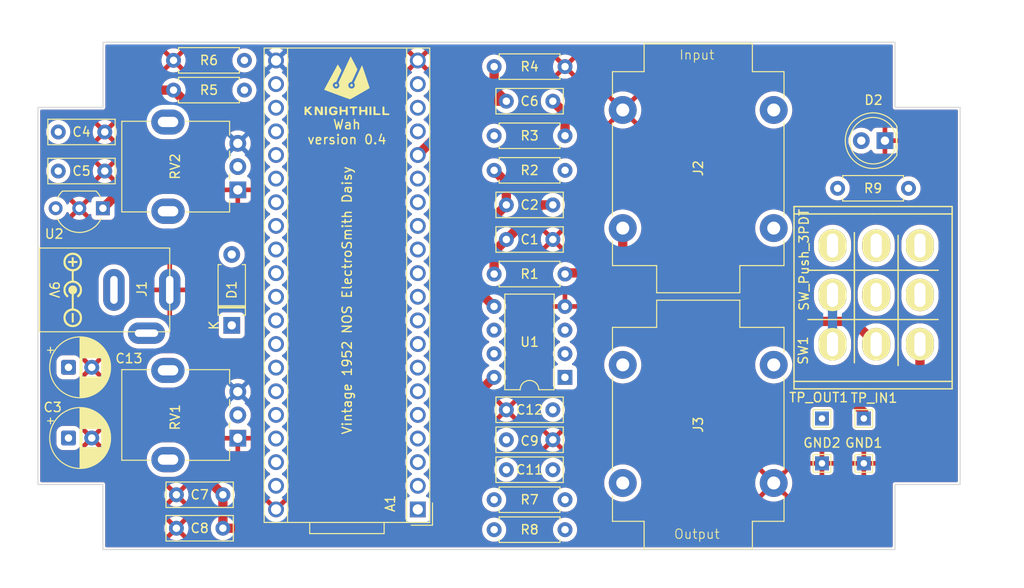
<source format=kicad_pcb>
(kicad_pcb (version 20241229) (generator "pcbnew") (generator_version "9.0")
  (title_block (title "Wah") (date "2025-11-11") (rev "0.4.3") (company "KnightHill Engineering"))
  (layers (0 "F.Cu" power) (4 "In1.Cu" signal) (6 "In2.Cu" signal) (2 "B.Cu" power) (13 "F.Paste" user) (15 "B.Paste" user) (5 "F.SilkS" user "F.Silkscreen") (7 "B.SilkS" user "B.Silkscreen") (1 "F.Mask" user) (3 "B.Mask" user) (25 "Edge.Cuts" user))
  (net 0 "")
  (net 10 "GND")
  (net 11 "VDD")
  (net 13 "/POT1")
  (net 14 "/POT2")
  (net 24 "+9V")
  (net 28 "/FX_IN")
  (net 30 "/FX_OUT")
  (net 33 "Net-(D2-A)")
  (net 34 "/AUDIO_IN")
  (net 37 "/AUDIO_OUT")
  (net 38 "Net-(C1-Pad1)")
  (net 39 "Net-(U1B-+)")
  (net 40 "Net-(C6-Pad1)")
  (net 42 "Net-(U1C-V+)")
  (net 43 "Net-(C11-Pad2)")
  (net 45 "Net-(D1-A)")
  (net 46 "Net-(U1A-+)")
  (net 50 "Net-(J2-PadT)")
  (net 51 "/VREF")
  (net 52 "Net-(J3-PadT)")
  (net 53 "Net-(U1B--)")
  (net 54 "Net-(R9-Pad1)")
  (net 55 "Net-(SW1-A-Pad1)")
  (footprint "Diode_THT:D_A-405_P7.62mm_Horizontal" (layer "F.Cu") (at 63.25 63.6225 90)
    (property "Reference" "D1" (at 3.81 0 90) (layer "F.SilkS"))
    (property "Value" "1N5817")
    (fp_text user "K" (at 0 -1.9 90) (layer "F.SilkS"))
    (pad "1" thru_hole rect (at 0 0 90) (size 1.8 1.8) (drill 0.9) (layers "*.Cu" "*.Mask") (net 24 "+9V"))
    (pad "2" thru_hole oval (at 7.62 0 90) (size 1.8 1.8) (drill 0.9) (layers "*.Cu" "*.Mask") (net 45 "Net-(D1-A)"))
  )
  (footprint "Capacitor_THT:C_Rect_L7.0mm_W2.5mm_P5.00mm" (layer "F.Cu") (at 92.77 79.145)
    (property "Reference" "C11" (at 2.5 0 0) (layer "F.SilkS"))
    (property "Value" "1u")
    (pad "1" thru_hole circle (at 0 0) (size 1.6 1.6) (drill 0.8) (layers "*.Cu" "*.Mask") (net 37 "/AUDIO_OUT"))
    (pad "2" thru_hole circle (at 5 0) (size 1.6 1.6) (drill 0.8) (layers "*.Cu" "*.Mask") (net 43 "Net-(C11-Pad2)"))
  )
  (footprint "CustomFootprints:Potentiometer_uxcel_9mm_Single_Vertical" (layer "F.Cu") (at 63.9 49.0566 180)
    (property "Reference" "RV2" (at 6.73 2.508095 90) (layer "F.SilkS"))
    (property "Value" "10k")
    (pad "" thru_hole oval (at 7.5 -2.3 270) (size 2.72 3.58) (drill oval 1.1 2.2) (layers "*.Cu" "*.Mask"))
    (pad "" thru_hole oval (at 7.5 7.3 270) (size 2.696 3.58) (drill oval 1.1 2.2 (offset 0.012 0.012)) (layers "*.Cu" "*.Mask"))
    (pad "1" thru_hole rect (at 0 0 270) (size 1.8 1.8) (drill 1) (layers "*.Cu" "*.Mask") (net 10 "GND"))
    (pad "2" thru_hole circle (at 0 2.5 270) (size 1.8 1.8) (drill 1) (layers "*.Cu" "*.Mask") (net 14 "/POT2"))
    (pad "3" thru_hole circle (at 0 5 270) (size 1.8 1.8) (drill 1) (layers "*.Cu" "*.Mask") (net 11 "VDD"))
  )
  (footprint "Capacitor_THT:C_Rect_L7.0mm_W2.5mm_P5.00mm" (layer "F.Cu") (at 97.77 39.526667 180)
    (property "Reference" "C6" (at 2.5 0 0) (layer "F.SilkS"))
    (property "Value" "1u")
    (pad "1" thru_hole circle (at 0 0 180) (size 1.6 1.6) (drill 0.8) (layers "*.Cu" "*.Mask") (net 40 "Net-(C6-Pad1)"))
    (pad "2" thru_hole circle (at 5 0 180) (size 1.6 1.6) (drill 0.8) (layers "*.Cu" "*.Mask") (net 34 "/AUDIO_IN"))
  )
  (footprint "Capacitor_THT:CP_Radial_D6.3mm_P2.50mm" (layer "F.Cu") (at 45.7 68.135)
    (property "Reference" "C13" (at 6.5 -0.95 0) (layer "F.SilkS"))
    (property "Value" "100u")
    (pad "1" thru_hole roundrect (at 0 0) (size 1.6 1.6) (drill 0.8) (layers "*.Cu" "*.Mask") (roundrect_rratio 0.15625) (net 51 "/VREF"))
    (pad "2" thru_hole circle (at 2.5 0) (size 1.6 1.6) (drill 0.8) (layers "*.Cu" "*.Mask") (net 10 "GND"))
  )
  (footprint "TestPoint:TestPoint_THTPad_1.5x1.5mm_Drill0.7mm" (layer "F.Cu") (at 131.2 78.46 90)
    (property "Reference" "GND1" (at 2.2 0 0) (layer "F.SilkS"))
    (property "Value" "~")
    (pad "1" thru_hole rect (at 0 0 90) (size 1.5 1.5) (drill 0.7) (layers "*.Cu" "*.Mask") (net 10 "GND"))
  )
  (footprint "Resistor_THT:R_Axial_DIN0207_L6.3mm_D2.5mm_P7.62mm_Horizontal" (layer "F.Cu") (at 56.99 35.135)
    (property "Reference" "R6" (at 3.81 0 0) (layer "F.SilkS"))
    (property "Value" "100K")
    (pad "1" thru_hole circle (at 0 0) (size 1.6 1.6) (drill 0.8) (layers "*.Cu" "*.Mask") (net 10 "GND"))
    (pad "2" thru_hole circle (at 7.62 0) (size 1.6 1.6) (drill 0.8) (layers "*.Cu" "*.Mask") (net 51 "/VREF"))
  )
  (footprint "Package_TO_SOT_THT:TO-92_Inline_Wide" (layer "F.Cu") (at 49.4 51.035 180)
    (property "Reference" "U2" (at 5.24 -2.76 0) (layer "F.SilkS"))
    (property "Value" "L78L05_TO92")
    (pad "1" thru_hole rect (at 0 0 180) (size 1.5 1.5) (drill 0.8) (layers "*.Cu" "*.Mask") (net 42 "Net-(U1C-V+)"))
    (pad "2" thru_hole circle (at 2.54 0 180) (size 1.5 1.5) (drill 0.8) (layers "*.Cu" "*.Mask") (net 10 "GND"))
    (pad "3" thru_hole circle (at 5.08 0 180) (size 1.5 1.5) (drill 0.8) (layers "*.Cu" "*.Mask") (net 24 "+9V"))
  )
  (footprint "Connector_Audio:Jack_6.35mm_Neutrik_NMJ4HCD2_Horizontal" (layer "F.Cu") (at 121.515 67.87 -90)
    (property "Reference" "J3" (at 6.435 8.115 90) (layer "F.SilkS"))
    (property "Value" "Out")
    (pad "S" thru_hole circle (at 12.7 0 270) (size 3 3) (drill 1.4) (layers "*.Cu" "*.Mask") (net 10 "GND"))
    (pad "SN" thru_hole circle (at 12.7 16.23 270) (size 3 3) (drill 1.4) (layers "*.Cu" "*.Mask"))
    (pad "T" thru_hole circle (at 0 0 270) (size 3 3) (drill 1.4) (layers "*.Cu" "*.Mask") (net 52 "Net-(J3-PadT)"))
    (pad "TN" thru_hole circle (at 0 16.23 270) (size 3 3) (drill 1.4) (layers "*.Cu" "*.Mask"))
  )
  (footprint "Capacitor_THT:C_Rect_L7.0mm_W2.5mm_P5.00mm" (layer "F.Cu") (at 44.6 47.035)
    (property "Reference" "C5" (at 2.5 0 0) (layer "F.SilkS"))
    (property "Value" "100n")
    (pad "1" thru_hole circle (at 0 0) (size 1.6 1.6) (drill 0.8) (layers "*.Cu" "*.Mask") (net 24 "+9V"))
    (pad "2" thru_hole circle (at 5 0) (size 1.6 1.6) (drill 0.8) (layers "*.Cu" "*.Mask") (net 10 "GND"))
  )
  (footprint "Resistor_THT:R_Axial_DIN0207_L6.3mm_D2.5mm_P7.62mm_Horizontal" (layer "F.Cu") (at 99.08 46.96 180)
    (property "Reference" "R2" (at 3.81 0 0) (layer "F.SilkS"))
    (property "Value" "1M")
    (pad "1" thru_hole circle (at 0 0 180) (size 1.6 1.6) (drill 0.8) (layers "*.Cu" "*.Mask") (net 51 "/VREF"))
    (pad "2" thru_hole circle (at 7.62 0 180) (size 1.6 1.6) (drill 0.8) (layers "*.Cu" "*.Mask") (net 39 "Net-(U1B-+)"))
  )
  (footprint "CustomFootprints:Generic_PowerJack" (layer "F.Cu") (at 56.585 59.8125)
    (property "Reference" "J1" (at -3 -0.1 90) (layer "F.SilkS"))
    (property "Value" "Barrel_Jack_Switch")
    (pad "1" thru_hole oval (at 0 0) (size 2.3 4.5) (drill oval 0.8 3) (layers "*.Cu" "*.Mask") (net 10 "GND"))
    (pad "2" thru_hole oval (at -6 0) (size 2.3 4.5) (drill oval 0.8 3) (layers "*.Cu" "*.Mask") (net 45 "Net-(D1-A)"))
    (pad "3" thru_hole oval (at -2.5 4.65 90) (size 2.3 4) (drill oval 0.8 2.5) (layers "*.Cu" "*.Mask"))
  )
  (footprint "LOGO" (layer "F.Cu") (at 75.49787 38.755059)
    (property "Reference" "G***" (hide yes))
    (property "Value" "LOGO" (hide yes))
  )
  (footprint "CustomFootprints:Potentiometer_uxcel_9mm_Single_Vertical" (layer "F.Cu") (at 63.9 75.7566 180)
    (property "Reference" "RV1" (at 6.73 2.2525 90) (layer "F.SilkS"))
    (property "Value" "10k")
    (pad "" thru_hole oval (at 7.5 -2.3 270) (size 2.72 3.58) (drill oval 1.1 2.2) (layers "*.Cu" "*.Mask"))
    (pad "" thru_hole oval (at 7.5 7.3 270) (size 2.696 3.58) (drill oval 1.1 2.2 (offset 0.012 0.012)) (layers "*.Cu" "*.Mask"))
    (pad "1" thru_hole rect (at 0 0 270) (size 1.8 1.8) (drill 1) (layers "*.Cu" "*.Mask") (net 10 "GND"))
    (pad "2" thru_hole circle (at 0 2.5 270) (size 1.8 1.8) (drill 1) (layers "*.Cu" "*.Mask") (net 13 "/POT1"))
    (pad "3" thru_hole circle (at 0 5 270) (size 1.8 1.8) (drill 1) (layers "*.Cu" "*.Mask") (net 11 "VDD"))
  )
  (footprint "Capacitor_THT:C_Rect_L7.0mm_W2.5mm_P5.00mm" (layer "F.Cu") (at 62.3 85.435 180)
    (property "Reference" "C8" (at 2.5 0 0) (layer "F.SilkS"))
    (property "Value" "100n")
    (pad "1" thru_hole circle (at 0 0 180) (size 1.6 1.6) (drill 0.8) (layers "*.Cu" "*.Mask") (net 42 "Net-(U1C-V+)"))
    (pad "2" thru_hole circle (at 5 0 180) (size 1.6 1.6) (drill 0.8) (layers "*.Cu" "*.Mask") (net 10 "GND"))
  )
  (footprint "Resistor_THT:R_Axial_DIN0207_L6.3mm_D2.5mm_P7.62mm_Horizontal" (layer "F.Cu") (at 91.46 82.3675)
    (property "Reference" "R7" (at 3.81 0 0) (layer "F.SilkS"))
    (property "Value" "1K")
    (pad "1" thru_hole circle (at 0 0) (size 1.6 1.6) (drill 0.8) (layers "*.Cu" "*.Mask") (net 43 "Net-(C11-Pad2)"))
    (pad "2" thru_hole circle (at 7.62 0) (size 1.6 1.6) (drill 0.8) (layers "*.Cu" "*.Mask") (net 46 "Net-(U1A-+)"))
  )
  (footprint "Resistor_THT:R_Axial_DIN0207_L6.3mm_D2.5mm_P7.62mm_Horizontal" (layer "F.Cu") (at 99.08 58.11 180)
    (property "Reference" "R1" (at 3.81 0 0) (layer "F.SilkS"))
    (property "Value" "3K3")
    (pad "1" thru_hole circle (at 0 0 180) (size 1.6 1.6) (drill 0.8) (layers "*.Cu" "*.Mask") (net 28 "/FX_IN"))
    (pad "2" thru_hole circle (at 7.62 0 180) (size 1.6 1.6) (drill 0.8) (layers "*.Cu" "*.Mask") (net 38 "Net-(C1-Pad1)"))
  )
  (footprint "Resistor_THT:R_Axial_DIN0207_L6.3mm_D2.5mm_P7.62mm_Horizontal" (layer "F.Cu") (at 136.005 48.89 180)
    (property "Reference" "R9" (at 3.81 0 0) (layer "F.SilkS"))
    (property "Value" "R")
    (pad "1" thru_hole circle (at 0 0 180) (size 1.6 1.6) (drill 0.8) (layers "*.Cu" "*.Mask") (net 54 "Net-(R9-Pad1)"))
    (pad "2" thru_hole circle (at 7.62 0 180) (size 1.6 1.6) (drill 0.8) (layers "*.Cu" "*.Mask") (net 33 "Net-(D2-A)"))
  )
  (footprint "Resistor_THT:R_Axial_DIN0207_L6.3mm_D2.5mm_P7.62mm_Horizontal" (layer "F.Cu") (at 56.99 38.335)
    (property "Reference" "R5" (at 3.81 0 0) (layer "F.SilkS"))
    (property "Value" "100K")
    (pad "1" thru_hole circle (at 0 0) (size 1.6 1.6) (drill 0.8) (layers "*.Cu" "*.Mask") (net 42 "Net-(U1C-V+)"))
    (pad "2" thru_hole circle (at 7.62 0) (size 1.6 1.6) (drill 0.8) (layers "*.Cu" "*.Mask") (net 51 "/VREF"))
  )
  (footprint "LED_THT:LED_D5.0mm" (layer "F.Cu") (at 133.47 43.77 180)
    (property "Reference" "D2" (at 1.225 4.36 0) (layer "F.SilkS"))
    (property "Value" "LED")
    (pad "1" thru_hole rect (at 0 0 180) (size 1.8 1.8) (drill 0.9) (layers "*.Cu" "*.Mask") (net 10 "GND"))
    (pad "2" thru_hole circle (at 2.54 0 180) (size 1.8 1.8) (drill 0.9) (layers "*.Cu" "*.Mask") (net 33 "Net-(D2-A)"))
  )
  (footprint "Capacitor_THT:C_Rect_L7.0mm_W2.5mm_P5.00mm" (layer "F.Cu") (at 44.6 42.835)
    (property "Reference" "C4" (at 2.5 0 0) (layer "F.SilkS"))
    (property "Value" "100n")
    (pad "1" thru_hole circle (at 0 0) (size 1.6 1.6) (drill 0.8) (layers "*.Cu" "*.Mask") (net 24 "+9V"))
    (pad "2" thru_hole circle (at 5 0) (size 1.6 1.6) (drill 0.8) (layers "*.Cu" "*.Mask") (net 10 "GND"))
  )
  (footprint "LOGO" (layer "F.Cu") (at 46.155 59.812536 -90)
    (property "Reference" "G***" (hide yes))
    (property "Value" "LOGO" (hide yes))
  )
  (footprint "CustomFootprints:Switches_Stomp_Switch_3PDT" (layer "F.Cu") (at 132.195 60.65 90)
    (property "Reference" "SW1" (at -5.6768 -7.5156 270) (layer "F.SilkS"))
    (property "Value" "SW_Push_3PDT" (at 4.065 -7.425 270) (layer "F.SilkS"))
    (pad "1" thru_hole oval (at -5 -4.36 90) (size 3.5 3) (drill oval 2.6 1.2) (layers "*.Cu" "*.Mask" "F.SilkS") (net 55 "Net-(SW1-A-Pad1)"))
    (pad "2" thru_hole oval (at -5 0.34 90) (size 3.5 3) (drill oval 2.6 1.2) (layers "*.Cu" "*.Mask" "F.SilkS") (net 50 "Net-(J2-PadT)"))
    (pad "3" thru_hole oval (at -5 5.04 90) (size 3.5 3) (drill oval 2.6 1.2) (layers "*.Cu" "*.Mask" "F.SilkS") (net 28 "/FX_IN"))
    (pad "4" thru_hole oval (at 0.3 -4.36 90) (size 3.5 3) (drill oval 2.6 1.2) (layers "*.Cu" "*.Mask" "F.SilkS") (net 55 "Net-(SW1-A-Pad1)"))
    (pad "5" thru_hole oval (at 0.3 0.34 90) (size 3.5 3) (drill oval 2.6 1.2) (layers "*.Cu" "*.Mask" "F.SilkS") (net 52 "Net-(J3-PadT)"))
    (pad "6" thru_hole oval (at 0.3 5.04 90) (size 3.5 3) (drill oval 2.6 1.2) (layers "*.Cu" "*.Mask" "F.SilkS") (net 30 "/FX_OUT"))
    (pad "7" thru_hole oval (at 5.6 -4.36 90) (size 3.5 3) (drill oval 2.6 1.2) (layers "*.Cu" "*.Mask" "F.SilkS"))
    (pad "8" thru_hole oval (at 5.6 0.34 90) (size 3.5 3) (drill oval 2.6 1.2) (layers "*.Cu" "*.Mask" "F.SilkS") (net 24 "+9V"))
    (pad "9" thru_hole oval (at 5.6 5.04 90) (size 3.5 3) (drill oval 2.6 1.2) (layers "*.Cu" "*.Mask" "F.SilkS") (net 54 "Net-(R9-Pad1)"))
  )
  (footprint "Connector_Audio:Jack_6.35mm_Neutrik_NMJ4HCD2_Horizontal" (layer "F.Cu") (at 105.285 53.17 90)
    (property "Reference" "J2" (at 6.435 8.115 90) (layer "F.SilkS"))
    (property "Value" "In")
    (pad "S" thru_hole circle (at 12.7 0 90) (size 3 3) (drill 1.4) (layers "*.Cu" "*.Mask") (net 10 "GND"))
    (pad "SN" thru_hole circle (at 12.7 16.23 90) (size 3 3) (drill 1.4) (layers "*.Cu" "*.Mask"))
    (pad "T" thru_hole circle (at 0 0 90) (size 3 3) (drill 1.4) (layers "*.Cu" "*.Mask") (net 50 "Net-(J2-PadT)"))
    (pad "TN" thru_hole circle (at 0 16.23 90) (size 3 3) (drill 1.4) (layers "*.Cu" "*.Mask"))
  )
  (footprint "Resistor_THT:R_Axial_DIN0207_L6.3mm_D2.5mm_P7.62mm_Horizontal" (layer "F.Cu") (at 91.46 43.243333)
    (property "Reference" "R3" (at 3.81 0 0) (layer "F.SilkS"))
    (property "Value" "100R")
    (pad "1" thru_hole circle (at 0 0) (size 1.6 1.6) (drill 0.8) (layers "*.Cu" "*.Mask") (net 53 "Net-(U1B--)"))
    (pad "2" thru_hole circle (at 7.62 0) (size 1.6 1.6) (drill 0.8) (layers "*.Cu" "*.Mask") (net 40 "Net-(C6-Pad1)"))
  )
  (footprint "Capacitor_THT:C_Rect_L7.0mm_W2.5mm_P5.00mm" (layer "F.Cu") (at 62.3 81.835 180)
    (property "Reference" "C7" (at 2.5 0 0) (layer "F.SilkS"))
    (property "Value" "100n")
    (pad "1" thru_hole circle (at 0 0 180) (size 1.6 1.6) (drill 0.8) (layers "*.Cu" "*.Mask") (net 42 "Net-(U1C-V+)"))
    (pad "2" thru_hole circle (at 5 0 180) (size 1.6 1.6) (drill 0.8) (layers "*.Cu" "*.Mask") (net 10 "GND"))
  )
  (footprint "Capacitor_THT:CP_Radial_D6.3mm_P2.50mm" (layer "F.Cu") (at 45.7 75.735)
    (property "Reference" "C3" (at -1.7 -3.3 0) (layer "F.SilkS"))
    (property "Value" "100u")
    (pad "1" thru_hole roundrect (at 0 0) (size 1.6 1.6) (drill 0.8) (layers "*.Cu" "*.Mask") (roundrect_rratio 0.15625) (net 24 "+9V"))
    (pad "2" thru_hole circle (at 2.5 0) (size 1.6 1.6) (drill 0.8) (layers "*.Cu" "*.Mask") (net 10 "GND"))
  )
  (footprint "Resistor_THT:R_Axial_DIN0207_L6.3mm_D2.5mm_P7.62mm_Horizontal" (layer "F.Cu") (at 91.46 85.59)
    (property "Reference" "R8" (at 3.81 0 0) (layer "F.SilkS"))
    (property "Value" "1M")
    (pad "1" thru_hole circle (at 0 0) (size 1.6 1.6) (drill 0.8) (layers "*.Cu" "*.Mask") (net 51 "/VREF"))
    (pad "2" thru_hole circle (at 7.62 0) (size 1.6 1.6) (drill 0.8) (layers "*.Cu" "*.Mask") (net 46 "Net-(U1A-+)"))
  )
  (footprint "Capacitor_THT:C_Rect_L7.0mm_W2.5mm_P5.00mm" (layer "F.Cu") (at 92.77 54.393333)
    (property "Reference" "C1" (at 2.5 0 0) (layer "F.SilkS"))
    (property "Value" "2n2")
    (pad "1" thru_hole circle (at 0 0) (size 1.6 1.6) (drill 0.8) (layers "*.Cu" "*.Mask") (net 38 "Net-(C1-Pad1)"))
    (pad "2" thru_hole circle (at 5 0) (size 1.6 1.6) (drill 0.8) (layers "*.Cu" "*.Mask") (net 10 "GND"))
  )
  (footprint "Capacitor_THT:C_Rect_L7.0mm_W2.5mm_P5.00mm" (layer "F.Cu") (at 97.77 50.676667 180)
    (property "Reference" "C2" (at 2.5 0 0) (layer "F.SilkS"))
    (property "Value" "1u")
    (pad "1" thru_hole circle (at 0 0 180) (size 1.6 1.6) (drill 0.8) (layers "*.Cu" "*.Mask") (net 38 "Net-(C1-Pad1)"))
    (pad "2" thru_hole circle (at 5 0 180) (size 1.6 1.6) (drill 0.8) (layers "*.Cu" "*.Mask") (net 39 "Net-(U1B-+)"))
  )
  (footprint "Package_DIP:DIP-8_W7.62mm" (layer "F.Cu") (at 99.07 69.215 180)
    (property "Reference" "U1" (at 3.8 3.8 0) (layer "F.SilkS"))
    (property "Value" "TL072")
    (pad "1" thru_hole rect (at 0 0 180) (size 1.6 1.6) (drill 0.8) (layers "*.Cu" "*.Mask") (net 30 "/FX_OUT"))
    (pad "2" thru_hole oval (at 0 2.54 180) (size 1.6 1.6) (drill 0.8) (layers "*.Cu" "*.Mask") (net 30 "/FX_OUT"))
    (pad "3" thru_hole oval (at 0 5.08 180) (size 1.6 1.6) (drill 0.8) (layers "*.Cu" "*.Mask") (net 46 "Net-(U1A-+)"))
    (pad "4" thru_hole oval (at 0 7.62 180) (size 1.6 1.6) (drill 0.8) (layers "*.Cu" "*.Mask") (net 10 "GND"))
    (pad "5" thru_hole oval (at 7.62 7.62 180) (size 1.6 1.6) (drill 0.8) (layers "*.Cu" "*.Mask") (net 39 "Net-(U1B-+)"))
    (pad "6" thru_hole oval (at 7.62 5.08 180) (size 1.6 1.6) (drill 0.8) (layers "*.Cu" "*.Mask") (net 53 "Net-(U1B--)"))
    (pad "7" thru_hole oval (at 7.62 2.54 180) (size 1.6 1.6) (drill 0.8) (layers "*.Cu" "*.Mask") (net 53 "Net-(U1B--)"))
    (pad "8" thru_hole oval (at 7.62 0 180) (size 1.6 1.6) (drill 0.8) (layers "*.Cu" "*.Mask") (net 42 "Net-(U1C-V+)"))
  )
  (footprint "Capacitor_THT:C_Rect_L7.0mm_W2.5mm_P5.00mm" (layer "F.Cu") (at 92.77 75.9225)
    (property "Reference" "C9" (at 2.5 0.125 0) (layer "F.SilkS"))
    (property "Value" "100p")
    (pad "1" thru_hole circle (at 0 0) (size 1.6 1.6) (drill 0.8) (layers "*.Cu" "*.Mask") (net 37 "/AUDIO_OUT"))
    (pad "2" thru_hole circle (at 5 0) (size 1.6 1.6) (drill 0.8) (layers "*.Cu" "*.Mask") (net 10 "GND"))
  )
  (footprint "Resistor_THT:R_Axial_DIN0207_L6.3mm_D2.5mm_P7.62mm_Horizontal" (layer "F.Cu") (at 91.46 35.81)
    (property "Reference" "R4" (at 3.81 0 0) (layer "F.SilkS"))
    (property "Value" "100K")
    (pad "1" thru_hole circle (at 0 0) (size 1.6 1.6) (drill 0.8) (layers "*.Cu" "*.Mask") (net 34 "/AUDIO_IN"))
    (pad "2" thru_hole circle (at 7.62 0) (size 1.6 1.6) (drill 0.8) (layers "*.Cu" "*.Mask") (net 10 "GND"))
  )
  (footprint "Module:Electrosmith_Daisy_Seed" (layer "F.Cu") (at 83.252 83.4116 180)
    (property "Reference" "A1" (at 2.96 0.64 90) (layer "F.SilkS"))
    (property "Value" "Electrosmith_Daisy_Seed_Rev4")
    (pad "1" thru_hole rect (at 0 0 180) (size 1.7 1.7) (drill 1.1) (layers "*.Cu" "*.Mask"))
    (pad "2" thru_hole circle (at 0 2.54 180) (size 1.7 1.7) (drill 1.1) (layers "*.Cu" "*.Mask"))
    (pad "3" thru_hole circle (at 0 5.08 180) (size 1.7 1.7) (drill 1.1) (layers "*.Cu" "*.Mask"))
    (pad "4" thru_hole circle (at 0 7.62 180) (size 1.7 1.7) (drill 1.1) (layers "*.Cu" "*.Mask"))
    (pad "5" thru_hole circle (at 0 10.16 180) (size 1.7 1.7) (drill 1.1) (layers "*.Cu" "*.Mask"))
    (pad "6" thru_hole circle (at 0 12.7 180) (size 1.7 1.7) (drill 1.1) (layers "*.Cu" "*.Mask"))
    (pad "7" thru_hole circle (at 0 15.24 180) (size 1.7 1.7) (drill 1.1) (layers "*.Cu" "*.Mask"))
    (pad "8" thru_hole circle (at 0 17.78 180) (size 1.7 1.7) (drill 1.1) (layers "*.Cu" "*.Mask"))
    (pad "9" thru_hole circle (at 0 20.32 180) (size 1.7 1.7) (drill 1.1) (layers "*.Cu" "*.Mask"))
    (pad "10" thru_hole circle (at 0 22.86 180) (size 1.7 1.7) (drill 1.1) (layers "*.Cu" "*.Mask"))
    (pad "11" thru_hole circle (at 0 25.4 180) (size 1.7 1.7) (drill 1.1) (layers "*.Cu" "*.Mask"))
    (pad "12" thru_hole circle (at 0 27.94 180) (size 1.7 1.7) (drill 1.1) (layers "*.Cu" "*.Mask"))
    (pad "13" thru_hole circle (at 0 30.48 180) (size 1.7 1.7) (drill 1.1) (layers "*.Cu" "*.Mask"))
    (pad "14" thru_hole circle (at 0 33.02 180) (size 1.7 1.7) (drill 1.1) (layers "*.Cu" "*.Mask"))
    (pad "15" thru_hole circle (at 0 35.56 180) (size 1.7 1.7) (drill 1.1) (layers "*.Cu" "*.Mask"))
    (pad "16" thru_hole circle (at 0 38.1 180) (size 1.7 1.7) (drill 1.1) (layers "*.Cu" "*.Mask") (net 34 "/AUDIO_IN"))
    (pad "17" thru_hole circle (at 0 40.64 180) (size 1.7 1.7) (drill 1.1) (layers "*.Cu" "*.Mask"))
    (pad "18" thru_hole circle (at 0 43.18 180) (size 1.7 1.7) (drill 1.1) (layers "*.Cu" "*.Mask") (net 37 "/AUDIO_OUT"))
    (pad "19" thru_hole circle (at 0 45.72 180) (size 1.7 1.7) (drill 1.1) (layers "*.Cu" "*.Mask"))
    (pad "20" thru_hole circle (at 0 48.26 180) (size 1.7 1.7) (drill 1.1) (layers "*.Cu" "*.Mask") (net 10 "GND"))
    (pad "21" thru_hole circle (at 15.24 48.26 180) (size 1.7 1.7) (drill 1.1) (layers "*.Cu" "*.Mask") (net 11 "VDD"))
    (pad "22" thru_hole circle (at 15.24 45.72 180) (size 1.7 1.7) (drill 1.1) (layers "*.Cu" "*.Mask"))
    (pad "23" thru_hole circle (at 15.24 43.18 180) (size 1.7 1.7) (drill 1.1) (layers "*.Cu" "*.Mask") (net 14 "/POT2"))
    (pad "24" thru_hole circle (at 15.24 40.64 180) (size 1.7 1.7) (drill 1.1) (layers "*.Cu" "*.Mask") (net 13 "/POT1"))
    (pad "25" thru_hole circle (at 15.24 38.1 180) (size 1.7 1.7) (drill 1.1) (layers "*.Cu" "*.Mask"))
    (pad "26" thru_hole circle (at 15.24 35.56 180) (size 1.7 1.7) (drill 1.1) (layers "*.Cu" "*.Mask"))
    (pad "27" thru_hole circle (at 15.24 33.02 180) (size 1.7 1.7) (drill 1.1) (layers "*.Cu" "*.Mask"))
    (pad "28" thru_hole circle (at 15.24 30.48 180) (size 1.7 1.7) (drill 1.1) (layers "*.Cu" "*.Mask"))
    (pad "29" thru_hole circle (at 15.24 27.94 180) (size 1.7 1.7) (drill 1.1) (layers "*.Cu" "*.Mask"))
    (pad "30" thru_hole circle (at 15.24 25.4 180) (size 1.7 1.7) (drill 1.1) (layers "*.Cu" "*.Mask"))
    (pad "31" thru_hole circle (at 15.24 22.86 180) (size 1.7 1.7) (drill 1.1) (layers "*.Cu" "*.Mask"))
    (pad "32" thru_hole circle (at 15.24 20.32 180) (size 1.7 1.7) (drill 1.1) (layers "*.Cu" "*.Mask"))
    (pad "33" thru_hole circle (at 15.24 17.78 180) (size 1.7 1.7) (drill 1.1) (layers "*.Cu" "*.Mask"))
    (pad "34" thru_hole circle (at 15.24 15.24 180) (size 1.7 1.7) (drill 1.1) (layers "*.Cu" "*.Mask"))
    (pad "35" thru_hole circle (at 15.24 12.7 180) (size 1.7 1.7) (drill 1.1) (layers "*.Cu" "*.Mask"))
    (pad "36" thru_hole circle (at 15.24 10.16 180) (size 1.7 1.7) (drill 1.1) (layers "*.Cu" "*.Mask"))
    (pad "37" thru_hole circle (at 15.24 7.62 180) (size 1.7 1.7) (drill 1.1) (layers "*.Cu" "*.Mask"))
    (pad "38" thru_hole circle (at 15.24 5.08 180) (size 1.7 1.7) (drill 1.1) (layers "*.Cu" "*.Mask"))
    (pad "39" thru_hole circle (at 15.24 2.54 180) (size 1.7 1.7) (drill 1.1) (layers "*.Cu" "*.Mask") (net 24 "+9V"))
    (pad "40" thru_hole circle (at 15.24 0 180) (size 1.7 1.7) (drill 1.1) (layers "*.Cu" "*.Mask") (net 10 "GND"))
  )
  (footprint "TestPoint:TestPoint_THTPad_1.5x1.5mm_Drill0.7mm" (layer "F.Cu") (at 131.2 73.635)
    (property "Reference" "TP_IN1" (at 1.1 -2.2 0) (layer "F.SilkS"))
    (property "Value" "TestPoint")
    (pad "1" thru_hole rect (at 0 0) (size 1.5 1.5) (drill 0.7) (layers "*.Cu" "*.Mask") (net 28 "/FX_IN"))
  )
  (footprint "Capacitor_THT:C_Rect_L7.0mm_W2.5mm_P5.00mm" (layer "F.Cu") (at 97.77 72.7 180)
    (property "Reference" "C12" (at 2.5 0 180) (layer "F.SilkS"))
    (property "Value" "1n")
    (pad "1" thru_hole circle (at 0 0 180) (size 1.6 1.6) (drill 0.8) (layers "*.Cu" "*.Mask") (net 46 "Net-(U1A-+)"))
    (pad "2" thru_hole circle (at 5 0 180) (size 1.6 1.6) (drill 0.8) (layers "*.Cu" "*.Mask") (net 10 "GND"))
  )
  (footprint "TestPoint:TestPoint_THTPad_1.5x1.5mm_Drill0.7mm" (layer "F.Cu") (at 126.7 78.46 90)
    (property "Reference" "GND2" (at 2.2 0 0) (layer "F.SilkS"))
    (property "Value" "~")
    (pad "1" thru_hole rect (at 0 0 90) (size 1.5 1.5) (drill 0.7) (layers "*.Cu" "*.Mask") (net 10 "GND"))
  )
  (footprint "TestPoint:TestPoint_THTPad_1.5x1.5mm_Drill0.7mm" (layer "F.Cu") (at 126.7 73.635)
    (property "Reference" "TP_OUT1" (at -0.35 -2.25 0) (layer "F.SilkS"))
    (property "Value" "TestPoint")
    (pad "1" thru_hole rect (at 0 0) (size 1.5 1.5) (drill 0.7) (layers "*.Cu" "*.Mask") (net 30 "/FX_OUT"))
  )
  (gr_poly (pts (xy 134.555 33.1844) (xy 134.555 40.1844) (xy 141.555 40.1844) (xy 141.555 80.73) (xy 134.555 80.73) (xy 134.555 87.73) (xy 49.4 87.73) (xy 49.4 80.735) (xy 42.415 80.735) (xy 42.415 40.1844) (xy 49.415 40.1844) (xy 49.415 33.1844)) (stroke (width 0.1)) (fill no) (layer "Edge.Cuts"))
  (gr_text "Wah\nversion 0.4" (at 75.632 42.845059 0) (layer "F.SilkS") (effects (font (size 1 1))))
  (gr_text "Output" (at 110.735 86.6468 0) (layer "F.SilkS") (effects (font (size 1 1) (thickness 0.1)) (justify left bottom)))
  (gr_text "Input" (at 111.306429 35.1356 0) (layer "F.SilkS") (effects (font (size 1 1) (thickness 0.1)) (justify left bottom)))
  (gr_text "9V" (at 43.575 58.782738 270) (layer "F.SilkS") (effects (font (size 1 1)) (justify left bottom)))
  (gr_text "Vintage 1952 NOS ElectroSmith Daisy" (at 76.23375 75.436364 90) (layer "F.SilkS") (effects (font (size 1 1)) (justify left bottom)))
  (segment (start 99.205 57.985) (end 99.08 58.11) (width 1) (layer "F.Cu") (net 28))
  (segment (start 137.235 68.32) (end 137.235 65.65) (width 1) (layer "F.Cu") (net 28))
  (segment (start 100.835 57.985) (end 99.205 57.985) (width 1) (layer "F.Cu") (net 28))
  (segment (start 127.9 69.685) (end 135.9 69.685) (width 1) (layer "F.Cu") (net 28))
  (segment (start 137.25 68.335) (end 137.235 68.32) (width 1) (layer "F.Cu") (net 28))
  (segment (start 107.25 64.4) (end 100.835 57.985) (width 1) (layer "F.Cu") (net 28))
  (segment (start 131.2 72.985) (end 127.9 69.685) (width 1) (layer "F.Cu") (net 28))
  (segment (start 122.615 64.4) (end 107.25 64.4) (width 1) (layer "F.Cu") (net 28))
  (segment (start 131.2 73.635) (end 131.2 72.985) (width 1) (layer "F.Cu") (net 28))
  (segment (start 127.9 69.685) (end 122.615 64.4) (width 1) (layer "F.Cu") (net 28))
  (segment (start 135.9 69.685) (end 137.25 68.335) (width 1) (layer "F.Cu") (net 28))
  (segment (start 91.46 35.81) (end 91.46 38.216667) (width 1) (layer "F.Cu") (net 34))
  (segment (start 89.036933 39.526667) (end 92.77 39.526667) (width 1) (layer "F.Cu") (net 34))
  (segment (start 91.46 38.216667) (end 92.77 39.526667) (width 1) (layer "F.Cu") (net 34))
  (segment (start 83.252 45.3116) (end 89.036933 39.526667) (width 1) (layer "F.Cu") (net 34))
  (segment (start 92.77 54.393333) (end 92.791667 54.393333) (width 1) (layer "F.Cu") (net 38))
  (segment (start 92.791667 54.393333) (end 96.508333 50.676667) (width 1) (layer "F.Cu") (net 38))
  (segment (start 91.46 58.11) (end 91.46 55.703333) (width 1) (layer "F.Cu") (net 38))
  (segment (start 96.508333 50.676667) (end 97.77 50.676667) (width 1) (layer "F.Cu") (net 38))
  (segment (start 91.46 55.703333) (end 92.77 54.393333) (width 1) (layer "F.Cu") (net 38))
  (segment (start 91.45 61.595) (end 88.77 58.915) (width 1) (layer "F.Cu") (net 39))
  (segment (start 92.77 50.676667) (end 92.77 48.27) (width 1) (layer "F.Cu") (net 39))
  (segment (start 88.77 54.676667) (end 92.77 50.676667) (width 1) (layer "F.Cu") (net 39))
  (segment (start 88.77 58.915) (end 88.77 54.676667) (width 1) (layer "F.Cu") (net 39))
  (segment (start 92.77 48.27) (end 91.46 46.96) (width 1) (layer "F.Cu") (net 39))
  (segment (start 99.08 40.836667) (end 97.77 39.526667) (width 1) (layer "F.Cu") (net 40))
  (segment (start 99.08 43.243333) (end 99.08 40.836667) (width 1) (layer "F.Cu") (net 40))
  (segment (start 52.88 47.555) (end 52.88 40.925) (width 1) (layer "F.Cu") (net 42))
  (segment (start 87.44 73.205) (end 91.43 69.215) (width 1) (layer "F.Cu") (net 42))
  (segment (start 49.4 51.035) (end 52.88 47.555) (width 1) (layer "F.Cu") (net 42))
  (segment (start 85.41 85.435) (end 87.44 83.405) (width 1) (layer "F.Cu") (net 42))
  (segment (start 62.3 85.435) (end 85.41 85.435) (width 1) (layer "F.Cu") (net 42))
  (segment (start 60.499 41.844) (end 60.499 80.034) (width 1) (layer "F.Cu") (net 42))
  (segment (start 55.47 38.335) (end 56.99 38.335) (width 1) (layer "F.Cu") (net 42))
  (segment (start 91.43 69.215) (end 91.45 69.215) (width 1) (layer "F.Cu") (net 42))
  (segment (start 56.99 38.335) (end 60.499 41.844) (width 1) (layer "F.Cu") (net 42))
  (segment (start 62.3 81.835) (end 62.3 85.435) (width 1) (layer "F.Cu") (net 42))
  (segment (start 52.88 40.925) (end 55.47 38.335) (width 1) (layer "F.Cu") (net 42))
  (segment (start 87.44 83.405) (end 87.44 73.205) (width 1) (layer "F.Cu") (net 42))
  (segment (start 60.499 80.034) (end 62.3 81.835) (width 1) (layer "F.Cu") (net 42))
  (segment (start 105.285 60.73653) (end 107.74747 63.199) (width 1) (layer "F.Cu") (net 50))
  (segment (start 105.285 53.17) (end 105.285 60.73653) (width 1) (layer "F.Cu") (net 50))
  (segment (start 107.74747 63.199) (end 130.084 63.199) (width 1) (layer "F.Cu") (net 50))
  (segment (start 130.084 63.199) (end 132.535 65.65) (width 1) (layer "F.Cu") (net 50))
  (segment (start 127.835 60.35) (end 127.835 65.65) (width 1) (layer "B.Cu") (net 55))
  (zone (net 10) (net_name "GND") (layer "F.Cu") (name "VCC") (connect_pads (clearance 0.5)) (min_thickness 0.25) (fill yes (thermal_gap 0.5) (thermal_bridge_width 0.5))
    (polygon (pts (xy 38.336775 91.375906) (xy 38.348427 28.647263) (xy 148.087923 29.110539) (xy 148.426174 91.862435)))
  )
  (zone (net 11) (net_name "VDD") (layer "B.Cu") (name "VDD") (connect_pads (clearance 0.5)) (min_thickness 0.25) (fill yes (thermal_gap 0.5) (thermal_bridge_width 0.5))
    (polygon (pts (xy 41.127889 91.374521) (xy 41.139235 30.291858) (xy 146.557965 30.736894) (xy 146.887339 91.841912)))
  )
)
</source>
